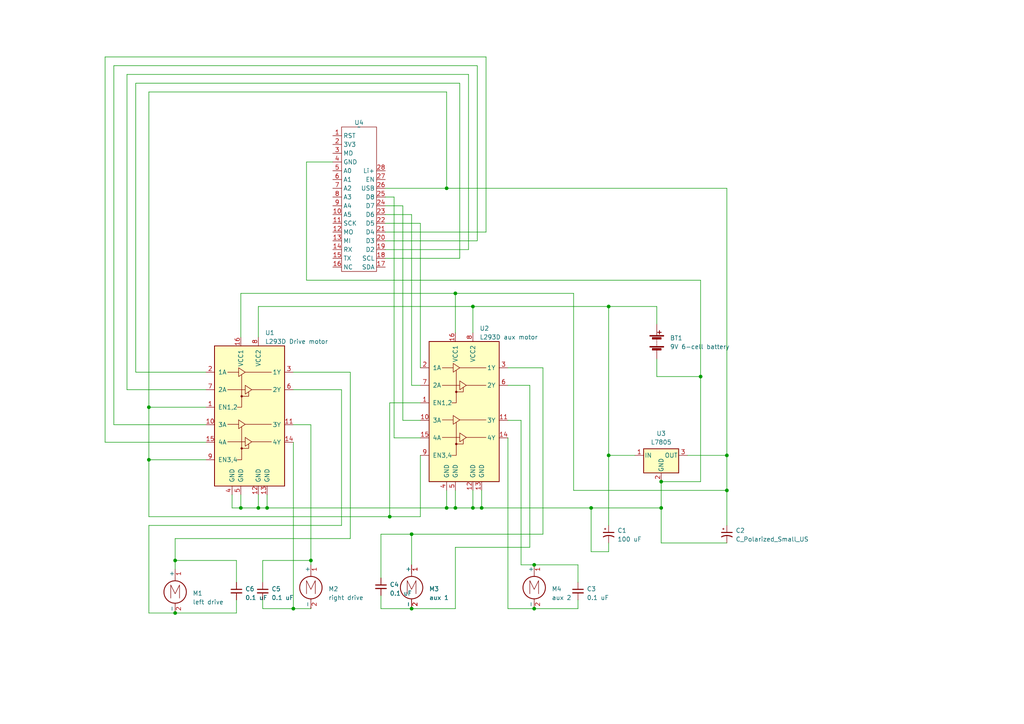
<source format=kicad_sch>
(kicad_sch (version 20230121) (generator eeschema)

  (uuid c41ea657-d8eb-4476-8366-2b845fa21342)

  (paper "A4")

  (title_block
    (title "design for lego battle cart V1")
    (company "UAT.edu")
    (comment 1 "Prof. Prater")
  )

  (lib_symbols
    (symbol "Device:Battery" (pin_numbers hide) (pin_names (offset 0) hide) (in_bom yes) (on_board yes)
      (property "Reference" "BT" (at 2.54 2.54 0)
        (effects (font (size 1.27 1.27)) (justify left))
      )
      (property "Value" "Battery" (at 2.54 0 0)
        (effects (font (size 1.27 1.27)) (justify left))
      )
      (property "Footprint" "" (at 0 1.524 90)
        (effects (font (size 1.27 1.27)) hide)
      )
      (property "Datasheet" "~" (at 0 1.524 90)
        (effects (font (size 1.27 1.27)) hide)
      )
      (property "ki_keywords" "batt voltage-source cell" (at 0 0 0)
        (effects (font (size 1.27 1.27)) hide)
      )
      (property "ki_description" "Multiple-cell battery" (at 0 0 0)
        (effects (font (size 1.27 1.27)) hide)
      )
      (symbol "Battery_0_1"
        (rectangle (start -2.032 -1.397) (end 2.032 -1.651)
          (stroke (width 0) (type default))
          (fill (type outline))
        )
        (rectangle (start -2.032 1.778) (end 2.032 1.524)
          (stroke (width 0) (type default))
          (fill (type outline))
        )
        (rectangle (start -1.3208 -1.9812) (end 1.27 -2.4892)
          (stroke (width 0) (type default))
          (fill (type outline))
        )
        (rectangle (start -1.3208 1.1938) (end 1.27 0.6858)
          (stroke (width 0) (type default))
          (fill (type outline))
        )
        (polyline
          (pts
            (xy 0 -1.524)
            (xy 0 -1.27)
          )
          (stroke (width 0) (type default))
          (fill (type none))
        )
        (polyline
          (pts
            (xy 0 -1.016)
            (xy 0 -0.762)
          )
          (stroke (width 0) (type default))
          (fill (type none))
        )
        (polyline
          (pts
            (xy 0 -0.508)
            (xy 0 -0.254)
          )
          (stroke (width 0) (type default))
          (fill (type none))
        )
        (polyline
          (pts
            (xy 0 0)
            (xy 0 0.254)
          )
          (stroke (width 0) (type default))
          (fill (type none))
        )
        (polyline
          (pts
            (xy 0 0.508)
            (xy 0 0.762)
          )
          (stroke (width 0) (type default))
          (fill (type none))
        )
        (polyline
          (pts
            (xy 0 1.778)
            (xy 0 2.54)
          )
          (stroke (width 0) (type default))
          (fill (type none))
        )
        (polyline
          (pts
            (xy 0.254 2.667)
            (xy 1.27 2.667)
          )
          (stroke (width 0.254) (type default))
          (fill (type none))
        )
        (polyline
          (pts
            (xy 0.762 3.175)
            (xy 0.762 2.159)
          )
          (stroke (width 0.254) (type default))
          (fill (type none))
        )
      )
      (symbol "Battery_1_1"
        (pin passive line (at 0 5.08 270) (length 2.54)
          (name "+" (effects (font (size 1.27 1.27))))
          (number "1" (effects (font (size 1.27 1.27))))
        )
        (pin passive line (at 0 -5.08 90) (length 2.54)
          (name "-" (effects (font (size 1.27 1.27))))
          (number "2" (effects (font (size 1.27 1.27))))
        )
      )
    )
    (symbol "Device:C_Polarized_Small_US" (pin_numbers hide) (pin_names (offset 0.254) hide) (in_bom yes) (on_board yes)
      (property "Reference" "C" (at 0.254 1.778 0)
        (effects (font (size 1.27 1.27)) (justify left))
      )
      (property "Value" "C_Polarized_Small_US" (at 0.254 -2.032 0)
        (effects (font (size 1.27 1.27)) (justify left))
      )
      (property "Footprint" "" (at 0 0 0)
        (effects (font (size 1.27 1.27)) hide)
      )
      (property "Datasheet" "~" (at 0 0 0)
        (effects (font (size 1.27 1.27)) hide)
      )
      (property "ki_keywords" "cap capacitor" (at 0 0 0)
        (effects (font (size 1.27 1.27)) hide)
      )
      (property "ki_description" "Polarized capacitor, small US symbol" (at 0 0 0)
        (effects (font (size 1.27 1.27)) hide)
      )
      (property "ki_fp_filters" "CP_*" (at 0 0 0)
        (effects (font (size 1.27 1.27)) hide)
      )
      (symbol "C_Polarized_Small_US_0_1"
        (polyline
          (pts
            (xy -1.524 0.508)
            (xy 1.524 0.508)
          )
          (stroke (width 0.3048) (type default))
          (fill (type none))
        )
        (polyline
          (pts
            (xy -1.27 1.524)
            (xy -0.762 1.524)
          )
          (stroke (width 0) (type default))
          (fill (type none))
        )
        (polyline
          (pts
            (xy -1.016 1.27)
            (xy -1.016 1.778)
          )
          (stroke (width 0) (type default))
          (fill (type none))
        )
        (arc (start 1.524 -0.762) (mid 0 -0.3734) (end -1.524 -0.762)
          (stroke (width 0.3048) (type default))
          (fill (type none))
        )
      )
      (symbol "C_Polarized_Small_US_1_1"
        (pin passive line (at 0 2.54 270) (length 2.032)
          (name "~" (effects (font (size 1.27 1.27))))
          (number "1" (effects (font (size 1.27 1.27))))
        )
        (pin passive line (at 0 -2.54 90) (length 2.032)
          (name "~" (effects (font (size 1.27 1.27))))
          (number "2" (effects (font (size 1.27 1.27))))
        )
      )
    )
    (symbol "Device:C_Small" (pin_numbers hide) (pin_names (offset 0.254) hide) (in_bom yes) (on_board yes)
      (property "Reference" "C" (at 0.254 1.778 0)
        (effects (font (size 1.27 1.27)) (justify left))
      )
      (property "Value" "C_Small" (at 0.254 -2.032 0)
        (effects (font (size 1.27 1.27)) (justify left))
      )
      (property "Footprint" "" (at 0 0 0)
        (effects (font (size 1.27 1.27)) hide)
      )
      (property "Datasheet" "~" (at 0 0 0)
        (effects (font (size 1.27 1.27)) hide)
      )
      (property "ki_keywords" "capacitor cap" (at 0 0 0)
        (effects (font (size 1.27 1.27)) hide)
      )
      (property "ki_description" "Unpolarized capacitor, small symbol" (at 0 0 0)
        (effects (font (size 1.27 1.27)) hide)
      )
      (property "ki_fp_filters" "C_*" (at 0 0 0)
        (effects (font (size 1.27 1.27)) hide)
      )
      (symbol "C_Small_0_1"
        (polyline
          (pts
            (xy -1.524 -0.508)
            (xy 1.524 -0.508)
          )
          (stroke (width 0.3302) (type default))
          (fill (type none))
        )
        (polyline
          (pts
            (xy -1.524 0.508)
            (xy 1.524 0.508)
          )
          (stroke (width 0.3048) (type default))
          (fill (type none))
        )
      )
      (symbol "C_Small_1_1"
        (pin passive line (at 0 2.54 270) (length 2.032)
          (name "~" (effects (font (size 1.27 1.27))))
          (number "1" (effects (font (size 1.27 1.27))))
        )
        (pin passive line (at 0 -2.54 90) (length 2.032)
          (name "~" (effects (font (size 1.27 1.27))))
          (number "2" (effects (font (size 1.27 1.27))))
        )
      )
    )
    (symbol "Driver_Motor:L293D" (pin_names (offset 1.016)) (in_bom yes) (on_board yes)
      (property "Reference" "U" (at -5.08 26.035 0)
        (effects (font (size 1.27 1.27)) (justify right))
      )
      (property "Value" "L293D" (at -5.08 24.13 0)
        (effects (font (size 1.27 1.27)) (justify right))
      )
      (property "Footprint" "Package_DIP:DIP-16_W7.62mm" (at 6.35 -19.05 0)
        (effects (font (size 1.27 1.27)) (justify left) hide)
      )
      (property "Datasheet" "http://www.ti.com/lit/ds/symlink/l293.pdf" (at -7.62 17.78 0)
        (effects (font (size 1.27 1.27)) hide)
      )
      (property "ki_keywords" "Half-H Driver Motor" (at 0 0 0)
        (effects (font (size 1.27 1.27)) hide)
      )
      (property "ki_description" "Quadruple Half-H Drivers" (at 0 0 0)
        (effects (font (size 1.27 1.27)) hide)
      )
      (property "ki_fp_filters" "DIP*W7.62mm*" (at 0 0 0)
        (effects (font (size 1.27 1.27)) hide)
      )
      (symbol "L293D_0_1"
        (rectangle (start -10.16 22.86) (end 10.16 -17.78)
          (stroke (width 0.254) (type default))
          (fill (type background))
        )
        (circle (center -2.286 -6.858) (radius 0.254)
          (stroke (width 0) (type default))
          (fill (type outline))
        )
        (circle (center -2.286 8.255) (radius 0.254)
          (stroke (width 0) (type default))
          (fill (type outline))
        )
        (polyline
          (pts
            (xy -6.35 -4.953)
            (xy -1.27 -4.953)
          )
          (stroke (width 0) (type default))
          (fill (type none))
        )
        (polyline
          (pts
            (xy -6.35 0.127)
            (xy -3.175 0.127)
          )
          (stroke (width 0) (type default))
          (fill (type none))
        )
        (polyline
          (pts
            (xy -6.35 10.16)
            (xy -1.27 10.16)
          )
          (stroke (width 0) (type default))
          (fill (type none))
        )
        (polyline
          (pts
            (xy -6.35 15.24)
            (xy -3.175 15.24)
          )
          (stroke (width 0) (type default))
          (fill (type none))
        )
        (polyline
          (pts
            (xy -1.27 0.127)
            (xy 6.35 0.127)
          )
          (stroke (width 0) (type default))
          (fill (type none))
        )
        (polyline
          (pts
            (xy -1.27 15.24)
            (xy 6.35 15.24)
          )
          (stroke (width 0) (type default))
          (fill (type none))
        )
        (polyline
          (pts
            (xy 0.635 -4.953)
            (xy 6.35 -4.953)
          )
          (stroke (width 0) (type default))
          (fill (type none))
        )
        (polyline
          (pts
            (xy 0.635 10.16)
            (xy 6.35 10.16)
          )
          (stroke (width 0) (type default))
          (fill (type none))
        )
        (polyline
          (pts
            (xy -2.286 -6.858)
            (xy -0.254 -6.858)
            (xy -0.254 -5.588)
          )
          (stroke (width 0) (type default))
          (fill (type none))
        )
        (polyline
          (pts
            (xy -2.286 -0.635)
            (xy -2.286 -10.16)
            (xy -3.556 -10.16)
          )
          (stroke (width 0) (type default))
          (fill (type none))
        )
        (polyline
          (pts
            (xy -2.286 8.255)
            (xy -0.254 8.255)
            (xy -0.254 9.525)
          )
          (stroke (width 0) (type default))
          (fill (type none))
        )
        (polyline
          (pts
            (xy -2.286 14.478)
            (xy -2.286 5.08)
            (xy -3.556 5.08)
          )
          (stroke (width 0) (type default))
          (fill (type none))
        )
        (polyline
          (pts
            (xy -3.175 1.397)
            (xy -3.175 -1.143)
            (xy -1.27 0.127)
            (xy -3.175 1.397)
          )
          (stroke (width 0) (type default))
          (fill (type none))
        )
        (polyline
          (pts
            (xy -3.175 16.51)
            (xy -3.175 13.97)
            (xy -1.27 15.24)
            (xy -3.175 16.51)
          )
          (stroke (width 0) (type default))
          (fill (type none))
        )
        (polyline
          (pts
            (xy -1.27 -3.683)
            (xy -1.27 -6.223)
            (xy 0.635 -4.953)
            (xy -1.27 -3.683)
          )
          (stroke (width 0) (type default))
          (fill (type none))
        )
        (polyline
          (pts
            (xy -1.27 11.43)
            (xy -1.27 8.89)
            (xy 0.635 10.16)
            (xy -1.27 11.43)
          )
          (stroke (width 0) (type default))
          (fill (type none))
        )
      )
      (symbol "L293D_1_1"
        (pin input line (at -12.7 5.08 0) (length 2.54)
          (name "EN1,2" (effects (font (size 1.27 1.27))))
          (number "1" (effects (font (size 1.27 1.27))))
        )
        (pin input line (at -12.7 0 0) (length 2.54)
          (name "3A" (effects (font (size 1.27 1.27))))
          (number "10" (effects (font (size 1.27 1.27))))
        )
        (pin output line (at 12.7 0 180) (length 2.54)
          (name "3Y" (effects (font (size 1.27 1.27))))
          (number "11" (effects (font (size 1.27 1.27))))
        )
        (pin power_in line (at 2.54 -20.32 90) (length 2.54)
          (name "GND" (effects (font (size 1.27 1.27))))
          (number "12" (effects (font (size 1.27 1.27))))
        )
        (pin power_in line (at 5.08 -20.32 90) (length 2.54)
          (name "GND" (effects (font (size 1.27 1.27))))
          (number "13" (effects (font (size 1.27 1.27))))
        )
        (pin output line (at 12.7 -5.08 180) (length 2.54)
          (name "4Y" (effects (font (size 1.27 1.27))))
          (number "14" (effects (font (size 1.27 1.27))))
        )
        (pin input line (at -12.7 -5.08 0) (length 2.54)
          (name "4A" (effects (font (size 1.27 1.27))))
          (number "15" (effects (font (size 1.27 1.27))))
        )
        (pin power_in line (at -2.54 25.4 270) (length 2.54)
          (name "VCC1" (effects (font (size 1.27 1.27))))
          (number "16" (effects (font (size 1.27 1.27))))
        )
        (pin input line (at -12.7 15.24 0) (length 2.54)
          (name "1A" (effects (font (size 1.27 1.27))))
          (number "2" (effects (font (size 1.27 1.27))))
        )
        (pin output line (at 12.7 15.24 180) (length 2.54)
          (name "1Y" (effects (font (size 1.27 1.27))))
          (number "3" (effects (font (size 1.27 1.27))))
        )
        (pin power_in line (at -5.08 -20.32 90) (length 2.54)
          (name "GND" (effects (font (size 1.27 1.27))))
          (number "4" (effects (font (size 1.27 1.27))))
        )
        (pin power_in line (at -2.54 -20.32 90) (length 2.54)
          (name "GND" (effects (font (size 1.27 1.27))))
          (number "5" (effects (font (size 1.27 1.27))))
        )
        (pin output line (at 12.7 10.16 180) (length 2.54)
          (name "2Y" (effects (font (size 1.27 1.27))))
          (number "6" (effects (font (size 1.27 1.27))))
        )
        (pin input line (at -12.7 10.16 0) (length 2.54)
          (name "2A" (effects (font (size 1.27 1.27))))
          (number "7" (effects (font (size 1.27 1.27))))
        )
        (pin power_in line (at 2.54 25.4 270) (length 2.54)
          (name "VCC2" (effects (font (size 1.27 1.27))))
          (number "8" (effects (font (size 1.27 1.27))))
        )
        (pin input line (at -12.7 -10.16 0) (length 2.54)
          (name "EN3,4" (effects (font (size 1.27 1.27))))
          (number "9" (effects (font (size 1.27 1.27))))
        )
      )
    )
    (symbol "Motor:Motor_DC" (pin_names (offset 0)) (in_bom yes) (on_board yes)
      (property "Reference" "M" (at 2.54 2.54 0)
        (effects (font (size 1.27 1.27)) (justify left))
      )
      (property "Value" "Motor_DC" (at 2.54 -5.08 0)
        (effects (font (size 1.27 1.27)) (justify left top))
      )
      (property "Footprint" "" (at 0 -2.286 0)
        (effects (font (size 1.27 1.27)) hide)
      )
      (property "Datasheet" "~" (at 0 -2.286 0)
        (effects (font (size 1.27 1.27)) hide)
      )
      (property "ki_keywords" "DC Motor" (at 0 0 0)
        (effects (font (size 1.27 1.27)) hide)
      )
      (property "ki_description" "DC Motor" (at 0 0 0)
        (effects (font (size 1.27 1.27)) hide)
      )
      (property "ki_fp_filters" "PinHeader*P2.54mm* TerminalBlock*" (at 0 0 0)
        (effects (font (size 1.27 1.27)) hide)
      )
      (symbol "Motor_DC_0_0"
        (polyline
          (pts
            (xy -1.27 -3.302)
            (xy -1.27 0.508)
            (xy 0 -2.032)
            (xy 1.27 0.508)
            (xy 1.27 -3.302)
          )
          (stroke (width 0) (type default))
          (fill (type none))
        )
      )
      (symbol "Motor_DC_0_1"
        (circle (center 0 -1.524) (radius 3.2512)
          (stroke (width 0.254) (type default))
          (fill (type none))
        )
        (polyline
          (pts
            (xy 0 -7.62)
            (xy 0 -7.112)
          )
          (stroke (width 0) (type default))
          (fill (type none))
        )
        (polyline
          (pts
            (xy 0 -4.7752)
            (xy 0 -5.1816)
          )
          (stroke (width 0) (type default))
          (fill (type none))
        )
        (polyline
          (pts
            (xy 0 1.7272)
            (xy 0 2.0828)
          )
          (stroke (width 0) (type default))
          (fill (type none))
        )
        (polyline
          (pts
            (xy 0 2.032)
            (xy 0 2.54)
          )
          (stroke (width 0) (type default))
          (fill (type none))
        )
      )
      (symbol "Motor_DC_1_1"
        (pin passive line (at 0 5.08 270) (length 2.54)
          (name "+" (effects (font (size 1.27 1.27))))
          (number "1" (effects (font (size 1.27 1.27))))
        )
        (pin passive line (at 0 -7.62 90) (length 2.54)
          (name "-" (effects (font (size 1.27 1.27))))
          (number "2" (effects (font (size 1.27 1.27))))
        )
      )
    )
    (symbol "Regulator_Linear:L7805" (pin_names (offset 0.254)) (in_bom yes) (on_board yes)
      (property "Reference" "U" (at -3.81 3.175 0)
        (effects (font (size 1.27 1.27)))
      )
      (property "Value" "L7805" (at 0 3.175 0)
        (effects (font (size 1.27 1.27)) (justify left))
      )
      (property "Footprint" "" (at 0.635 -3.81 0)
        (effects (font (size 1.27 1.27) italic) (justify left) hide)
      )
      (property "Datasheet" "http://www.st.com/content/ccc/resource/technical/document/datasheet/41/4f/b3/b0/12/d4/47/88/CD00000444.pdf/files/CD00000444.pdf/jcr:content/translations/en.CD00000444.pdf" (at 0 -1.27 0)
        (effects (font (size 1.27 1.27)) hide)
      )
      (property "ki_keywords" "Voltage Regulator 1.5A Positive" (at 0 0 0)
        (effects (font (size 1.27 1.27)) hide)
      )
      (property "ki_description" "Positive 1.5A 35V Linear Regulator, Fixed Output 5V, TO-220/TO-263/TO-252" (at 0 0 0)
        (effects (font (size 1.27 1.27)) hide)
      )
      (property "ki_fp_filters" "TO?252* TO?263* TO?220*" (at 0 0 0)
        (effects (font (size 1.27 1.27)) hide)
      )
      (symbol "L7805_0_1"
        (rectangle (start -5.08 1.905) (end 5.08 -5.08)
          (stroke (width 0.254) (type default))
          (fill (type background))
        )
      )
      (symbol "L7805_1_1"
        (pin power_in line (at -7.62 0 0) (length 2.54)
          (name "IN" (effects (font (size 1.27 1.27))))
          (number "1" (effects (font (size 1.27 1.27))))
        )
        (pin power_in line (at 0 -7.62 90) (length 2.54)
          (name "GND" (effects (font (size 1.27 1.27))))
          (number "2" (effects (font (size 1.27 1.27))))
        )
        (pin power_out line (at 7.62 0 180) (length 2.54)
          (name "OUT" (effects (font (size 1.27 1.27))))
          (number "3" (effects (font (size 1.27 1.27))))
        )
      )
    )
    (symbol "particleLib:Argon" (in_bom yes) (on_board yes)
      (property "Reference" "U" (at 0 2.54 0)
        (effects (font (size 1.27 1.27)))
      )
      (property "Value" "" (at 0 0 0)
        (effects (font (size 1.27 1.27)))
      )
      (property "Footprint" "" (at 0 0 0)
        (effects (font (size 1.27 1.27)) hide)
      )
      (property "Datasheet" "" (at 0 0 0)
        (effects (font (size 1.27 1.27)) hide)
      )
      (symbol "Argon_0_1"
        (rectangle (start -5.08 0) (end 5.08 -41.91)
          (stroke (width 0) (type default))
          (fill (type none))
        )
      )
      (symbol "Argon_1_1"
        (pin input line (at -7.62 -2.54 0) (length 2.54)
          (name "RST" (effects (font (size 1.27 1.27))))
          (number "1" (effects (font (size 1.27 1.27))))
        )
        (pin input line (at -7.62 -25.4 0) (length 2.54)
          (name "A5" (effects (font (size 1.27 1.27))))
          (number "10" (effects (font (size 1.27 1.27))))
        )
        (pin output line (at -7.62 -27.94 0) (length 2.54)
          (name "SCK" (effects (font (size 1.27 1.27))))
          (number "11" (effects (font (size 1.27 1.27))))
        )
        (pin output line (at -7.62 -30.48 0) (length 2.54)
          (name "MO" (effects (font (size 1.27 1.27))))
          (number "12" (effects (font (size 1.27 1.27))))
        )
        (pin input line (at -7.62 -33.02 0) (length 2.54)
          (name "MI" (effects (font (size 1.27 1.27))))
          (number "13" (effects (font (size 1.27 1.27))))
        )
        (pin input line (at -7.62 -35.56 0) (length 2.54)
          (name "RX" (effects (font (size 1.27 1.27))))
          (number "14" (effects (font (size 1.27 1.27))))
        )
        (pin output line (at -7.62 -38.1 0) (length 2.54)
          (name "TX" (effects (font (size 1.27 1.27))))
          (number "15" (effects (font (size 1.27 1.27))))
        )
        (pin free line (at -7.62 -40.64 0) (length 2.54)
          (name "NC" (effects (font (size 1.27 1.27))))
          (number "16" (effects (font (size 1.27 1.27))))
        )
        (pin bidirectional line (at 7.62 -40.64 180) (length 2.54)
          (name "SDA" (effects (font (size 1.27 1.27))))
          (number "17" (effects (font (size 1.27 1.27))))
        )
        (pin bidirectional line (at 7.62 -38.1 180) (length 2.54)
          (name "SCL" (effects (font (size 1.27 1.27))))
          (number "18" (effects (font (size 1.27 1.27))))
        )
        (pin bidirectional line (at 7.62 -35.56 180) (length 2.54)
          (name "D2" (effects (font (size 1.27 1.27))))
          (number "19" (effects (font (size 1.27 1.27))))
        )
        (pin power_out line (at -7.62 -5.08 0) (length 2.54)
          (name "3V3" (effects (font (size 1.27 1.27))))
          (number "2" (effects (font (size 1.27 1.27))))
        )
        (pin bidirectional line (at 7.62 -33.02 180) (length 2.54)
          (name "D3" (effects (font (size 1.27 1.27))))
          (number "20" (effects (font (size 1.27 1.27))))
        )
        (pin bidirectional line (at 7.62 -30.48 180) (length 2.54)
          (name "D4" (effects (font (size 1.27 1.27))))
          (number "21" (effects (font (size 1.27 1.27))))
        )
        (pin bidirectional line (at 7.62 -27.94 180) (length 2.54)
          (name "D5" (effects (font (size 1.27 1.27))))
          (number "22" (effects (font (size 1.27 1.27))))
        )
        (pin bidirectional line (at 7.62 -25.4 180) (length 2.54)
          (name "D6" (effects (font (size 1.27 1.27))))
          (number "23" (effects (font (size 1.27 1.27))))
        )
        (pin bidirectional line (at 7.62 -22.86 180) (length 2.54)
          (name "D7" (effects (font (size 1.27 1.27))))
          (number "24" (effects (font (size 1.27 1.27))))
        )
        (pin bidirectional line (at 7.62 -20.32 180) (length 2.54)
          (name "D8" (effects (font (size 1.27 1.27))))
          (number "25" (effects (font (size 1.27 1.27))))
        )
        (pin bidirectional line (at 7.62 -17.78 180) (length 2.54)
          (name "USB" (effects (font (size 1.27 1.27))))
          (number "26" (effects (font (size 1.27 1.27))))
        )
        (pin bidirectional line (at 7.62 -15.24 180) (length 2.54)
          (name "EN" (effects (font (size 1.27 1.27))))
          (number "27" (effects (font (size 1.27 1.27))))
        )
        (pin power_in line (at 7.62 -12.7 180) (length 2.54)
          (name "Li+" (effects (font (size 1.27 1.27))))
          (number "28" (effects (font (size 1.27 1.27))))
        )
        (pin output line (at -7.62 -7.62 0) (length 2.54)
          (name "MD" (effects (font (size 1.27 1.27))))
          (number "3" (effects (font (size 1.27 1.27))))
        )
        (pin power_in line (at -7.62 -10.16 0) (length 2.54)
          (name "GND" (effects (font (size 1.27 1.27))))
          (number "4" (effects (font (size 1.27 1.27))))
        )
        (pin input line (at -7.62 -12.7 0) (length 2.54)
          (name "A0" (effects (font (size 1.27 1.27))))
          (number "5" (effects (font (size 1.27 1.27))))
        )
        (pin input line (at -7.62 -15.24 0) (length 2.54)
          (name "A1" (effects (font (size 1.27 1.27))))
          (number "6" (effects (font (size 1.27 1.27))))
        )
        (pin input line (at -7.62 -17.78 0) (length 2.54)
          (name "A2" (effects (font (size 1.27 1.27))))
          (number "7" (effects (font (size 1.27 1.27))))
        )
        (pin input line (at -7.62 -20.32 0) (length 2.54)
          (name "A3" (effects (font (size 1.27 1.27))))
          (number "8" (effects (font (size 1.27 1.27))))
        )
        (pin input line (at -7.62 -22.86 0) (length 2.54)
          (name "A4" (effects (font (size 1.27 1.27))))
          (number "9" (effects (font (size 1.27 1.27))))
        )
      )
    )
  )

  (junction (at 210.82 132.08) (diameter 0) (color 0 0 0 0)
    (uuid 0eaa7f31-6072-4a1d-b875-8f115e59f514)
  )
  (junction (at 43.18 133.35) (diameter 0) (color 0 0 0 0)
    (uuid 131e57f9-9485-4c88-b27e-f95ffb9fe4f8)
  )
  (junction (at 50.8 177.8) (diameter 0) (color 0 0 0 0)
    (uuid 2651c52d-6f1e-4f17-8a08-d1427857a8be)
  )
  (junction (at 132.08 85.09) (diameter 0) (color 0 0 0 0)
    (uuid 27993869-f02d-42c0-bfaf-372866b22491)
  )
  (junction (at 203.2 109.22) (diameter 0) (color 0 0 0 0)
    (uuid 310e9ae1-8a4d-4e6c-8339-d58f7c7602de)
  )
  (junction (at 113.03 149.86) (diameter 0) (color 0 0 0 0)
    (uuid 555cad82-e3ba-40cc-9134-03581c769d7c)
  )
  (junction (at 154.94 176.53) (diameter 0) (color 0 0 0 0)
    (uuid 5c4c5608-8fa8-4c9b-80cc-8ae91a8347f0)
  )
  (junction (at 171.45 147.32) (diameter 0) (color 0 0 0 0)
    (uuid 60bac378-f194-4b4e-af33-4cf243e07c8a)
  )
  (junction (at 191.77 147.32) (diameter 0) (color 0 0 0 0)
    (uuid 643aed6a-6a56-43d4-90e1-2721cc73b20c)
  )
  (junction (at 176.53 88.9) (diameter 0) (color 0 0 0 0)
    (uuid 66946426-b435-4917-9ae2-ffcd2a945ec3)
  )
  (junction (at 119.38 154.94) (diameter 0) (color 0 0 0 0)
    (uuid 6740d9e5-b93b-48f3-853a-8cd3f76cb82c)
  )
  (junction (at 137.16 147.32) (diameter 0) (color 0 0 0 0)
    (uuid 6812582d-1c11-48ed-9db7-a21b7b58f0f6)
  )
  (junction (at 132.08 147.32) (diameter 0) (color 0 0 0 0)
    (uuid 82f25fc5-a6da-43c0-b5df-ea3f8a588c5f)
  )
  (junction (at 176.53 132.08) (diameter 0) (color 0 0 0 0)
    (uuid 83c19aec-2f23-4108-acb2-cc4a1ae5fd40)
  )
  (junction (at 137.16 88.9) (diameter 0) (color 0 0 0 0)
    (uuid 8700f1dd-807f-45b2-9248-b2ccf0b182c6)
  )
  (junction (at 119.38 176.53) (diameter 0) (color 0 0 0 0)
    (uuid 8b0a1f05-b49b-40e4-bf3c-2eb1c727cfc4)
  )
  (junction (at 85.09 176.53) (diameter 0) (color 0 0 0 0)
    (uuid 8c4cf715-88a7-4c3f-afeb-d147a6c347ac)
  )
  (junction (at 90.17 162.56) (diameter 0) (color 0 0 0 0)
    (uuid 8fefc261-5c32-43f0-8204-b41ca43c1777)
  )
  (junction (at 129.54 54.61) (diameter 0) (color 0 0 0 0)
    (uuid 94abe7d6-b7c8-483e-8666-fa5653bbdd1a)
  )
  (junction (at 129.54 147.32) (diameter 0) (color 0 0 0 0)
    (uuid 94ccb868-f59e-4963-b602-c5f8076bb7b5)
  )
  (junction (at 50.8 162.56) (diameter 0) (color 0 0 0 0)
    (uuid 9cd45aa7-f3ea-4dcc-9aaf-7abdbb37a785)
  )
  (junction (at 74.93 147.32) (diameter 0) (color 0 0 0 0)
    (uuid aaadbb56-9189-412a-822f-5b6162b5ea4e)
  )
  (junction (at 139.7 147.32) (diameter 0) (color 0 0 0 0)
    (uuid af1f00ce-f219-4a7d-824d-ce7b3421237a)
  )
  (junction (at 154.94 163.83) (diameter 0) (color 0 0 0 0)
    (uuid c0447143-edc0-4652-9977-4d90b5310678)
  )
  (junction (at 210.82 142.24) (diameter 0) (color 0 0 0 0)
    (uuid c5fa8497-3dda-4ca2-91fa-b15aeb0f824a)
  )
  (junction (at 191.77 139.7) (diameter 0) (color 0 0 0 0)
    (uuid d5708476-1e56-4159-8725-2e2fb0851667)
  )
  (junction (at 43.18 118.11) (diameter 0) (color 0 0 0 0)
    (uuid d7ffadb5-67f3-4d6a-8b5f-9074d8be924e)
  )
  (junction (at 77.47 147.32) (diameter 0) (color 0 0 0 0)
    (uuid e5602686-3924-4fd1-b408-a2e8dfc40140)
  )
  (junction (at 69.85 147.32) (diameter 0) (color 0 0 0 0)
    (uuid efbacc89-14d9-4f30-91c2-eb4f5d62c2f3)
  )

  (wire (pts (xy 140.97 16.51) (xy 30.48 16.51))
    (stroke (width 0) (type default))
    (uuid 02311ea3-1211-4214-b4ba-b57a4057927b)
  )
  (wire (pts (xy 77.47 143.51) (xy 77.47 147.32))
    (stroke (width 0) (type default))
    (uuid 02e1aa84-51ec-4bdb-ba42-66f3ae2da5ad)
  )
  (wire (pts (xy 99.06 152.4) (xy 43.18 152.4))
    (stroke (width 0) (type default))
    (uuid 056d7fe5-7048-419d-b564-986789fe9c45)
  )
  (wire (pts (xy 119.38 62.23) (xy 119.38 111.76))
    (stroke (width 0) (type default))
    (uuid 0613ec11-03a1-4842-884d-bcc28bb06d0d)
  )
  (wire (pts (xy 119.38 154.94) (xy 119.38 163.83))
    (stroke (width 0) (type default))
    (uuid 097c9d19-a690-4852-8f20-297234c7300a)
  )
  (wire (pts (xy 190.5 109.22) (xy 203.2 109.22))
    (stroke (width 0) (type default))
    (uuid 09e456e9-8e57-4427-a6de-08cc5b78f1ea)
  )
  (wire (pts (xy 88.9 81.28) (xy 203.2 81.28))
    (stroke (width 0) (type default))
    (uuid 0cf0466c-2aca-4312-a895-8b74177ffa21)
  )
  (wire (pts (xy 190.5 88.9) (xy 190.5 93.98))
    (stroke (width 0) (type default))
    (uuid 0d42db7a-4593-458a-8f39-1bb963b70a86)
  )
  (wire (pts (xy 114.3 127) (xy 121.92 127))
    (stroke (width 0) (type default))
    (uuid 0e2b8d73-37d0-4d8a-bad0-c998279d15f7)
  )
  (wire (pts (xy 50.8 162.56) (xy 50.8 165.1))
    (stroke (width 0) (type default))
    (uuid 0fcdc8eb-d1cd-49e6-8ac7-db4e44d146a7)
  )
  (wire (pts (xy 210.82 157.48) (xy 191.77 157.48))
    (stroke (width 0) (type default))
    (uuid 105f6996-fb18-4f27-9d6c-fddba4b4f29b)
  )
  (wire (pts (xy 101.6 107.95) (xy 101.6 156.21))
    (stroke (width 0) (type default))
    (uuid 118826a7-bc61-4915-819b-19c39695eb1a)
  )
  (wire (pts (xy 157.48 154.94) (xy 119.38 154.94))
    (stroke (width 0) (type default))
    (uuid 130defdc-1ae0-474d-95b3-fe3ac2d4e45c)
  )
  (wire (pts (xy 36.83 21.59) (xy 36.83 113.03))
    (stroke (width 0) (type default))
    (uuid 146d7683-d904-46e9-8920-3c377756935e)
  )
  (wire (pts (xy 114.3 57.15) (xy 114.3 127))
    (stroke (width 0) (type default))
    (uuid 147c8578-3231-481a-b2eb-753b13980d55)
  )
  (wire (pts (xy 36.83 113.03) (xy 59.69 113.03))
    (stroke (width 0) (type default))
    (uuid 15b8711d-b951-4be0-9b66-9a4637c5c92c)
  )
  (wire (pts (xy 111.76 59.69) (xy 116.84 59.69))
    (stroke (width 0) (type default))
    (uuid 19597510-2c6f-4e1a-956b-433bdd5ccb19)
  )
  (wire (pts (xy 139.7 142.24) (xy 139.7 147.32))
    (stroke (width 0) (type default))
    (uuid 1a69d2f7-149a-48ab-ad4c-dd5738e5b614)
  )
  (wire (pts (xy 176.53 88.9) (xy 190.5 88.9))
    (stroke (width 0) (type default))
    (uuid 1c6ca30d-2e53-4a84-9db7-ae3b5ec211a9)
  )
  (wire (pts (xy 121.92 116.84) (xy 113.03 116.84))
    (stroke (width 0) (type default))
    (uuid 1d94952f-650a-4b2b-88fb-9f3aa79abf1b)
  )
  (wire (pts (xy 96.52 46.99) (xy 88.9 46.99))
    (stroke (width 0) (type default))
    (uuid 1f372bce-7e57-4b9c-ad84-f3118d833230)
  )
  (wire (pts (xy 133.35 74.93) (xy 133.35 24.13))
    (stroke (width 0) (type default))
    (uuid 1fc3612c-a191-40ff-84c7-d21075664de8)
  )
  (wire (pts (xy 111.76 62.23) (xy 119.38 62.23))
    (stroke (width 0) (type default))
    (uuid 2003f471-b967-4f65-9e33-998fea065a84)
  )
  (wire (pts (xy 43.18 118.11) (xy 43.18 26.67))
    (stroke (width 0) (type default))
    (uuid 21a13dc9-49a7-439c-a99e-85f8adf83855)
  )
  (wire (pts (xy 210.82 142.24) (xy 210.82 152.4))
    (stroke (width 0) (type default))
    (uuid 2200202a-de9b-44b4-9a08-0b147d6d0c47)
  )
  (wire (pts (xy 176.53 160.02) (xy 171.45 160.02))
    (stroke (width 0) (type default))
    (uuid 2330c0f8-4ab0-4912-b915-8b37f0f25385)
  )
  (wire (pts (xy 166.37 85.09) (xy 166.37 142.24))
    (stroke (width 0) (type default))
    (uuid 235d67e7-5e97-4062-9a3e-a6a02c2caeeb)
  )
  (wire (pts (xy 121.92 132.08) (xy 121.92 149.86))
    (stroke (width 0) (type default))
    (uuid 23c68dd5-b313-451a-b71e-5c780533fd9f)
  )
  (wire (pts (xy 132.08 142.24) (xy 132.08 147.32))
    (stroke (width 0) (type default))
    (uuid 258532a5-efb5-4d6f-80cb-0fa1cfea2e47)
  )
  (wire (pts (xy 39.37 107.95) (xy 59.69 107.95))
    (stroke (width 0) (type default))
    (uuid 261aae12-4dd2-4217-81af-6fb27b955840)
  )
  (wire (pts (xy 88.9 46.99) (xy 88.9 81.28))
    (stroke (width 0) (type default))
    (uuid 27843ee8-89c7-4b4e-a402-6324a15f2877)
  )
  (wire (pts (xy 132.08 147.32) (xy 137.16 147.32))
    (stroke (width 0) (type default))
    (uuid 2b31bf65-6def-41f9-b04c-2e72e8c6ae96)
  )
  (wire (pts (xy 132.08 176.53) (xy 119.38 176.53))
    (stroke (width 0) (type default))
    (uuid 357bf53c-de7e-447b-97d2-baa5b84e4336)
  )
  (wire (pts (xy 69.85 147.32) (xy 74.93 147.32))
    (stroke (width 0) (type default))
    (uuid 36ac2f65-a7f1-4fbc-b898-936da1cda19f)
  )
  (wire (pts (xy 69.85 143.51) (xy 69.85 147.32))
    (stroke (width 0) (type default))
    (uuid 382fe3db-81b7-492f-b47b-58acd8380072)
  )
  (wire (pts (xy 68.58 162.56) (xy 50.8 162.56))
    (stroke (width 0) (type default))
    (uuid 39dbb57a-d39c-4d8e-a76e-bb87dff21baa)
  )
  (wire (pts (xy 210.82 54.61) (xy 129.54 54.61))
    (stroke (width 0) (type default))
    (uuid 3c5d5b25-47ad-4f6c-a082-cef97871b5a9)
  )
  (wire (pts (xy 85.09 128.27) (xy 85.09 176.53))
    (stroke (width 0) (type default))
    (uuid 3caf9c6b-48db-47bf-bf87-21ca512cdfe1)
  )
  (wire (pts (xy 129.54 54.61) (xy 111.76 54.61))
    (stroke (width 0) (type default))
    (uuid 3f004008-e140-497d-9b91-88f295da3c87)
  )
  (wire (pts (xy 50.8 156.21) (xy 50.8 162.56))
    (stroke (width 0) (type default))
    (uuid 41815541-1fa1-49bb-92fb-f646d9d8eaab)
  )
  (wire (pts (xy 139.7 147.32) (xy 171.45 147.32))
    (stroke (width 0) (type default))
    (uuid 4191c5d1-acfc-4981-a289-a75047e74270)
  )
  (wire (pts (xy 135.89 72.39) (xy 135.89 21.59))
    (stroke (width 0) (type default))
    (uuid 41f9c863-6d33-4a11-806f-a72064016ffa)
  )
  (wire (pts (xy 111.76 74.93) (xy 133.35 74.93))
    (stroke (width 0) (type default))
    (uuid 422c6204-1b1b-42eb-8171-f21f03ef13b5)
  )
  (wire (pts (xy 111.76 69.85) (xy 138.43 69.85))
    (stroke (width 0) (type default))
    (uuid 426e62db-5e02-48bd-8c0a-1cd41d00536d)
  )
  (wire (pts (xy 153.67 158.75) (xy 132.08 158.75))
    (stroke (width 0) (type default))
    (uuid 44369718-eb63-408f-99ce-34d7ac0ddaa1)
  )
  (wire (pts (xy 121.92 149.86) (xy 113.03 149.86))
    (stroke (width 0) (type default))
    (uuid 455d2a41-7f7f-486a-8d4d-7110d666795e)
  )
  (wire (pts (xy 191.77 147.32) (xy 191.77 139.7))
    (stroke (width 0) (type default))
    (uuid 45c158ca-0dfa-4f75-98df-252ced9f0598)
  )
  (wire (pts (xy 74.93 147.32) (xy 77.47 147.32))
    (stroke (width 0) (type default))
    (uuid 48893fff-ef92-4121-8cb9-1dc8ac39fd6c)
  )
  (wire (pts (xy 203.2 109.22) (xy 203.2 139.7))
    (stroke (width 0) (type default))
    (uuid 4cd94abc-4588-46dd-9af5-e98c07c8723d)
  )
  (wire (pts (xy 77.47 147.32) (xy 129.54 147.32))
    (stroke (width 0) (type default))
    (uuid 4f0192a2-2ea8-46fd-b42f-e6192654d49d)
  )
  (wire (pts (xy 99.06 113.03) (xy 99.06 152.4))
    (stroke (width 0) (type default))
    (uuid 514cc5d8-ebfd-4676-bb1c-21f359a56b62)
  )
  (wire (pts (xy 137.16 147.32) (xy 139.7 147.32))
    (stroke (width 0) (type default))
    (uuid 534e3ea3-d6a7-4935-a147-00aa4f9ac910)
  )
  (wire (pts (xy 68.58 177.8) (xy 50.8 177.8))
    (stroke (width 0) (type default))
    (uuid 568bf7c0-3e8e-473d-b2f1-b29f1967a03b)
  )
  (wire (pts (xy 85.09 113.03) (xy 99.06 113.03))
    (stroke (width 0) (type default))
    (uuid 579fbcc5-549b-45b1-b45c-5120c3598bd8)
  )
  (wire (pts (xy 140.97 67.31) (xy 140.97 16.51))
    (stroke (width 0) (type default))
    (uuid 58bdf92b-6480-4aaa-8a91-c1a0ef0d4387)
  )
  (wire (pts (xy 33.02 19.05) (xy 33.02 123.19))
    (stroke (width 0) (type default))
    (uuid 5a905c35-1593-4e80-9c31-fe322de37056)
  )
  (wire (pts (xy 199.39 132.08) (xy 210.82 132.08))
    (stroke (width 0) (type default))
    (uuid 5b0d14df-3011-42ca-9f08-f7c3d2c314b6)
  )
  (wire (pts (xy 151.13 121.92) (xy 151.13 163.83))
    (stroke (width 0) (type default))
    (uuid 60b67fc2-e1d9-4e10-8d9d-dc622282d33c)
  )
  (wire (pts (xy 147.32 121.92) (xy 151.13 121.92))
    (stroke (width 0) (type default))
    (uuid 6141a4d6-c1cb-4c0b-90d2-b549e036432a)
  )
  (wire (pts (xy 85.09 123.19) (xy 90.17 123.19))
    (stroke (width 0) (type default))
    (uuid 65ef3f5a-21a0-46b4-9c7a-f8f89e3adc4c)
  )
  (wire (pts (xy 39.37 24.13) (xy 39.37 107.95))
    (stroke (width 0) (type default))
    (uuid 66cb9dc0-5976-491a-b15f-39a160224d9e)
  )
  (wire (pts (xy 129.54 26.67) (xy 129.54 54.61))
    (stroke (width 0) (type default))
    (uuid 6960d944-cf8e-414c-a0a2-4152fca083da)
  )
  (wire (pts (xy 119.38 111.76) (xy 121.92 111.76))
    (stroke (width 0) (type default))
    (uuid 6ab2d210-349b-4865-ac7d-b5ca70e3a58b)
  )
  (wire (pts (xy 147.32 127) (xy 147.32 176.53))
    (stroke (width 0) (type default))
    (uuid 6b0af9df-5621-4bf8-ade6-c6dd80b725a6)
  )
  (wire (pts (xy 133.35 24.13) (xy 39.37 24.13))
    (stroke (width 0) (type default))
    (uuid 6d006723-f9b0-4dae-8c51-b5a3d00a5382)
  )
  (wire (pts (xy 184.15 132.08) (xy 176.53 132.08))
    (stroke (width 0) (type default))
    (uuid 7881bdcb-c70b-41e9-9817-e84f1246353d)
  )
  (wire (pts (xy 43.18 152.4) (xy 43.18 177.8))
    (stroke (width 0) (type default))
    (uuid 7c07f3df-bc69-4097-b7b1-9854fa64f6f1)
  )
  (wire (pts (xy 76.2 173.99) (xy 76.2 176.53))
    (stroke (width 0) (type default))
    (uuid 7c50a157-b162-4412-b0c0-5bf1ed4313d0)
  )
  (wire (pts (xy 85.09 107.95) (xy 101.6 107.95))
    (stroke (width 0) (type default))
    (uuid 7cab2645-7540-40ed-a327-46df176de450)
  )
  (wire (pts (xy 110.49 172.72) (xy 110.49 176.53))
    (stroke (width 0) (type default))
    (uuid 7fe10914-7f8c-40ad-8401-47af4d75e609)
  )
  (wire (pts (xy 138.43 19.05) (xy 33.02 19.05))
    (stroke (width 0) (type default))
    (uuid 86da8cea-e33d-4bb2-9bc4-85db0209c668)
  )
  (wire (pts (xy 176.53 132.08) (xy 176.53 152.4))
    (stroke (width 0) (type default))
    (uuid 876eff5b-0c96-498d-948a-8a1adbda80f2)
  )
  (wire (pts (xy 76.2 162.56) (xy 90.17 162.56))
    (stroke (width 0) (type default))
    (uuid 88b276cb-cbe5-4b5e-bef7-24a4728f19de)
  )
  (wire (pts (xy 30.48 128.27) (xy 59.69 128.27))
    (stroke (width 0) (type default))
    (uuid 897c3ca3-01a7-463e-a65d-7e0ce123bad5)
  )
  (wire (pts (xy 176.53 132.08) (xy 176.53 88.9))
    (stroke (width 0) (type default))
    (uuid 8a6a34fa-98e3-46e8-ad9d-6a1c7f3a074f)
  )
  (wire (pts (xy 111.76 67.31) (xy 140.97 67.31))
    (stroke (width 0) (type default))
    (uuid 8c2a1ab1-d735-4ed8-b203-c8c8bd515305)
  )
  (wire (pts (xy 191.77 157.48) (xy 191.77 147.32))
    (stroke (width 0) (type default))
    (uuid 8fb6c86b-6961-4ea8-8493-237dc82ed688)
  )
  (wire (pts (xy 116.84 59.69) (xy 116.84 121.92))
    (stroke (width 0) (type default))
    (uuid 93e3b25d-2b5d-4cf9-b276-03f12dc2f277)
  )
  (wire (pts (xy 74.93 88.9) (xy 137.16 88.9))
    (stroke (width 0) (type default))
    (uuid 94229ee2-0b17-4d9b-8893-e3238b686df5)
  )
  (wire (pts (xy 147.32 111.76) (xy 153.67 111.76))
    (stroke (width 0) (type default))
    (uuid 9683c31f-7464-408a-baca-d3d0ab28b204)
  )
  (wire (pts (xy 43.18 177.8) (xy 50.8 177.8))
    (stroke (width 0) (type default))
    (uuid 96a9fd3c-fa59-4139-bbe9-05edce00ff3d)
  )
  (wire (pts (xy 176.53 157.48) (xy 176.53 160.02))
    (stroke (width 0) (type default))
    (uuid 9774821d-2256-4743-931b-83b5bab26748)
  )
  (wire (pts (xy 171.45 160.02) (xy 171.45 147.32))
    (stroke (width 0) (type default))
    (uuid 978a9140-1948-418c-ae72-8c84113721c8)
  )
  (wire (pts (xy 101.6 156.21) (xy 50.8 156.21))
    (stroke (width 0) (type default))
    (uuid 99ef57a2-f354-4e15-b81e-f64acf0cbb2b)
  )
  (wire (pts (xy 59.69 118.11) (xy 43.18 118.11))
    (stroke (width 0) (type default))
    (uuid 9af2e6a2-17dd-4efd-8ee1-23eaa6b07f72)
  )
  (wire (pts (xy 129.54 142.24) (xy 129.54 147.32))
    (stroke (width 0) (type default))
    (uuid 9e3faca9-91c6-452b-be53-ea7b98a20dfd)
  )
  (wire (pts (xy 111.76 72.39) (xy 135.89 72.39))
    (stroke (width 0) (type default))
    (uuid 9f2e0cfd-76a2-43cb-b529-77a32c7a9b65)
  )
  (wire (pts (xy 129.54 147.32) (xy 132.08 147.32))
    (stroke (width 0) (type default))
    (uuid a0a3477c-7da9-4731-9ea5-d3727f07aa10)
  )
  (wire (pts (xy 69.85 97.79) (xy 69.85 85.09))
    (stroke (width 0) (type default))
    (uuid a112c149-ffa6-45ce-bb25-9ab9dd7532fe)
  )
  (wire (pts (xy 167.64 163.83) (xy 154.94 163.83))
    (stroke (width 0) (type default))
    (uuid a14297d7-6983-4933-8b3b-d7d40299d959)
  )
  (wire (pts (xy 132.08 96.52) (xy 132.08 85.09))
    (stroke (width 0) (type default))
    (uuid a3048cde-d27f-4749-8ed2-99a7549fa583)
  )
  (wire (pts (xy 43.18 26.67) (xy 129.54 26.67))
    (stroke (width 0) (type default))
    (uuid a308aa5a-30e2-4d29-b7c6-def18c20a394)
  )
  (wire (pts (xy 210.82 142.24) (xy 210.82 132.08))
    (stroke (width 0) (type default))
    (uuid ad9a2f86-5efc-48ad-b9b7-acc1f4adb390)
  )
  (wire (pts (xy 190.5 104.14) (xy 190.5 109.22))
    (stroke (width 0) (type default))
    (uuid add9eab7-dbb7-42ee-a55a-1a79fbd170a1)
  )
  (wire (pts (xy 167.64 168.91) (xy 167.64 163.83))
    (stroke (width 0) (type default))
    (uuid b0326e01-b52d-4e88-97e3-25745e3e8c12)
  )
  (wire (pts (xy 137.16 142.24) (xy 137.16 147.32))
    (stroke (width 0) (type default))
    (uuid b1c3b683-7b88-4564-8c9f-43838057c4b1)
  )
  (wire (pts (xy 121.92 64.77) (xy 121.92 106.68))
    (stroke (width 0) (type default))
    (uuid b2ad5f83-5a00-4159-b564-bf55d98f57a3)
  )
  (wire (pts (xy 59.69 133.35) (xy 43.18 133.35))
    (stroke (width 0) (type default))
    (uuid b2ebc544-cf09-4b72-91a1-50cdd79dc1c3)
  )
  (wire (pts (xy 43.18 133.35) (xy 43.18 118.11))
    (stroke (width 0) (type default))
    (uuid b3b3078b-0893-49e2-a413-8a76e15a4df8)
  )
  (wire (pts (xy 203.2 81.28) (xy 203.2 109.22))
    (stroke (width 0) (type default))
    (uuid b5a5cf24-5a53-4ae7-bc64-b59d101298c3)
  )
  (wire (pts (xy 166.37 142.24) (xy 210.82 142.24))
    (stroke (width 0) (type default))
    (uuid b934bc6c-64b4-4b4f-935c-4a5352b7f253)
  )
  (wire (pts (xy 138.43 69.85) (xy 138.43 19.05))
    (stroke (width 0) (type default))
    (uuid ba28825b-6fe2-4103-b605-6b2b34ee32ce)
  )
  (wire (pts (xy 110.49 176.53) (xy 119.38 176.53))
    (stroke (width 0) (type default))
    (uuid bae1fa15-a3e2-439c-8f83-2d0166618d86)
  )
  (wire (pts (xy 132.08 158.75) (xy 132.08 176.53))
    (stroke (width 0) (type default))
    (uuid bc996718-d28e-4ec7-88af-7fe7a9a1d5c1)
  )
  (wire (pts (xy 210.82 132.08) (xy 210.82 54.61))
    (stroke (width 0) (type default))
    (uuid bf12948f-9dbb-4f0d-b4bc-af8e9b6628ef)
  )
  (wire (pts (xy 74.93 143.51) (xy 74.93 147.32))
    (stroke (width 0) (type default))
    (uuid c083a090-f60d-4c39-9785-5f27e5f01d61)
  )
  (wire (pts (xy 113.03 116.84) (xy 113.03 149.86))
    (stroke (width 0) (type default))
    (uuid c52f8b5d-6102-4c2c-b57c-ef004c3ac040)
  )
  (wire (pts (xy 147.32 176.53) (xy 154.94 176.53))
    (stroke (width 0) (type default))
    (uuid c5a153fe-9f10-4cee-9204-8fd7c1e3c1d4)
  )
  (wire (pts (xy 85.09 176.53) (xy 90.17 176.53))
    (stroke (width 0) (type default))
    (uuid c99b8395-914e-4f70-897c-7b63038eaf0a)
  )
  (wire (pts (xy 167.64 176.53) (xy 154.94 176.53))
    (stroke (width 0) (type default))
    (uuid cdcc454b-3d07-4c86-ba0a-2fdeb3f84171)
  )
  (wire (pts (xy 43.18 149.86) (xy 43.18 133.35))
    (stroke (width 0) (type default))
    (uuid cdee6535-3e73-45e3-8bf3-3ca7857e3fb2)
  )
  (wire (pts (xy 147.32 106.68) (xy 157.48 106.68))
    (stroke (width 0) (type default))
    (uuid ce87217e-7155-42dd-ba5a-9be4921038d0)
  )
  (wire (pts (xy 30.48 16.51) (xy 30.48 128.27))
    (stroke (width 0) (type default))
    (uuid d2ded325-2baa-4d1b-b34b-bcdc4e11fc41)
  )
  (wire (pts (xy 113.03 149.86) (xy 43.18 149.86))
    (stroke (width 0) (type default))
    (uuid d369145b-3f3e-4cd9-b98d-ea187e46ce2f)
  )
  (wire (pts (xy 76.2 176.53) (xy 85.09 176.53))
    (stroke (width 0) (type default))
    (uuid d604c6c3-72d1-4671-974b-3dbce9cad5b0)
  )
  (wire (pts (xy 110.49 154.94) (xy 119.38 154.94))
    (stroke (width 0) (type default))
    (uuid d6d4f70c-b0d1-4808-8d6e-890a598637e1)
  )
  (wire (pts (xy 76.2 168.91) (xy 76.2 162.56))
    (stroke (width 0) (type default))
    (uuid da548170-c4d2-4937-8103-bad443edf31f)
  )
  (wire (pts (xy 68.58 173.99) (xy 68.58 177.8))
    (stroke (width 0) (type default))
    (uuid db8e60a4-e72d-470a-8d84-b3d88dc12c16)
  )
  (wire (pts (xy 110.49 167.64) (xy 110.49 154.94))
    (stroke (width 0) (type default))
    (uuid de251b53-6b16-4389-a70c-1a6494f1e865)
  )
  (wire (pts (xy 153.67 111.76) (xy 153.67 158.75))
    (stroke (width 0) (type default))
    (uuid de469e18-de38-46ef-af58-53e82d75957e)
  )
  (wire (pts (xy 137.16 88.9) (xy 176.53 88.9))
    (stroke (width 0) (type default))
    (uuid de543b99-5a97-4b41-bdc0-7b595a93a332)
  )
  (wire (pts (xy 68.58 168.91) (xy 68.58 162.56))
    (stroke (width 0) (type default))
    (uuid dfabbc00-9cbc-496e-9de9-a233f4f0c8f0)
  )
  (wire (pts (xy 90.17 123.19) (xy 90.17 162.56))
    (stroke (width 0) (type default))
    (uuid e0042d1b-5c1a-4685-bda0-12193354bdcf)
  )
  (wire (pts (xy 116.84 121.92) (xy 121.92 121.92))
    (stroke (width 0) (type default))
    (uuid e1b48497-1ee4-48e0-a550-6315595c16f5)
  )
  (wire (pts (xy 67.31 147.32) (xy 69.85 147.32))
    (stroke (width 0) (type default))
    (uuid e2c5f98c-c057-40f2-922a-7068024a6917)
  )
  (wire (pts (xy 69.85 85.09) (xy 132.08 85.09))
    (stroke (width 0) (type default))
    (uuid e324563f-932b-455c-9a8d-fde0bb7d63d4)
  )
  (wire (pts (xy 171.45 147.32) (xy 191.77 147.32))
    (stroke (width 0) (type default))
    (uuid e3255891-aad1-4da6-aea6-026c67fad02f)
  )
  (wire (pts (xy 90.17 162.56) (xy 90.17 163.83))
    (stroke (width 0) (type default))
    (uuid e47530c7-8051-474e-9a91-2a7e8f5d1f24)
  )
  (wire (pts (xy 111.76 57.15) (xy 114.3 57.15))
    (stroke (width 0) (type default))
    (uuid e4a71f04-649d-4eec-8b55-0be17e0e793f)
  )
  (wire (pts (xy 111.76 64.77) (xy 121.92 64.77))
    (stroke (width 0) (type default))
    (uuid e513b815-7109-4d2f-89a2-1397d5c1f2a2)
  )
  (wire (pts (xy 67.31 143.51) (xy 67.31 147.32))
    (stroke (width 0) (type default))
    (uuid e7768203-56d3-4727-ba24-1ea78f0ecb82)
  )
  (wire (pts (xy 203.2 139.7) (xy 191.77 139.7))
    (stroke (width 0) (type default))
    (uuid ea2b6700-944c-4859-95f6-f5bdb25cc00f)
  )
  (wire (pts (xy 132.08 85.09) (xy 166.37 85.09))
    (stroke (width 0) (type default))
    (uuid eead1713-40c8-4c2d-b7d7-ae0c0cd19d27)
  )
  (wire (pts (xy 135.89 21.59) (xy 36.83 21.59))
    (stroke (width 0) (type default))
    (uuid ef1d9891-88ee-431e-bf1c-f73e3f2f0e98)
  )
  (wire (pts (xy 151.13 163.83) (xy 154.94 163.83))
    (stroke (width 0) (type default))
    (uuid f20ffa19-5e24-438f-83a0-da4fbb2be388)
  )
  (wire (pts (xy 33.02 123.19) (xy 59.69 123.19))
    (stroke (width 0) (type default))
    (uuid f3d9918e-4a6f-4bd2-8a80-6b445623cf35)
  )
  (wire (pts (xy 167.64 173.99) (xy 167.64 176.53))
    (stroke (width 0) (type default))
    (uuid f430984d-18d3-4a0e-8b2f-517e7a6288db)
  )
  (wire (pts (xy 137.16 88.9) (xy 137.16 96.52))
    (stroke (width 0) (type default))
    (uuid f5055d84-b8b5-4992-bd85-00dcbc1285e6)
  )
  (wire (pts (xy 74.93 97.79) (xy 74.93 88.9))
    (stroke (width 0) (type default))
    (uuid f5b4446c-dfb2-4c97-a2a3-c52c263c2a4f)
  )
  (wire (pts (xy 157.48 106.68) (xy 157.48 154.94))
    (stroke (width 0) (type default))
    (uuid fbdb3232-ad9c-41a5-9138-5eae2114f101)
  )

  (symbol (lib_id "Motor:Motor_DC") (at 50.8 170.18 0) (unit 1)
    (in_bom yes) (on_board yes) (dnp no) (fields_autoplaced)
    (uuid 0c385d6c-5855-4193-a7e5-e1b918634374)
    (property "Reference" "M1" (at 55.88 172.085 0)
      (effects (font (size 1.27 1.27)) (justify left))
    )
    (property "Value" "left drive" (at 55.88 174.625 0)
      (effects (font (size 1.27 1.27)) (justify left))
    )
    (property "Footprint" "Connector_JST:JST_XH_B2B-XH-AM_1x02_P2.50mm_Vertical" (at 50.8 172.466 0)
      (effects (font (size 1.27 1.27)) hide)
    )
    (property "Datasheet" "~" (at 50.8 172.466 0)
      (effects (font (size 1.27 1.27)) hide)
    )
    (pin "1" (uuid 8b279972-41ae-4432-920c-040f8646058c))
    (pin "2" (uuid 39a8e250-1dd8-48d0-ba58-78a3e0ecf733))
    (instances
      (project "cartMotorDesignV1"
        (path "/c41ea657-d8eb-4476-8366-2b845fa21342"
          (reference "M1") (unit 1)
        )
      )
    )
  )

  (symbol (lib_id "Regulator_Linear:L7805") (at 191.77 132.08 0) (unit 1)
    (in_bom yes) (on_board yes) (dnp no) (fields_autoplaced)
    (uuid 1169598d-1a9d-45c7-8dfa-24bdcca0334c)
    (property "Reference" "U3" (at 191.77 125.73 0)
      (effects (font (size 1.27 1.27)))
    )
    (property "Value" "L7805" (at 191.77 128.27 0)
      (effects (font (size 1.27 1.27)))
    )
    (property "Footprint" "L7805:TO255P1020X450X2000-3" (at 192.405 135.89 0)
      (effects (font (size 1.27 1.27) italic) (justify left) hide)
    )
    (property "Datasheet" "http://www.st.com/content/ccc/resource/technical/document/datasheet/41/4f/b3/b0/12/d4/47/88/CD00000444.pdf/files/CD00000444.pdf/jcr:content/translations/en.CD00000444.pdf" (at 191.77 133.35 0)
      (effects (font (size 1.27 1.27)) hide)
    )
    (pin "1" (uuid 9dce29b9-34a9-45fe-a15e-3af06629c393))
    (pin "2" (uuid 3ad139f2-a2f9-422a-98b4-8a3483527b44))
    (pin "3" (uuid 90921639-68fa-4b14-9ae6-7c1ac7a52776))
    (instances
      (project "cartMotorDesignV1"
        (path "/c41ea657-d8eb-4476-8366-2b845fa21342"
          (reference "U3") (unit 1)
        )
      )
    )
  )

  (symbol (lib_id "Device:C_Polarized_Small_US") (at 210.82 154.94 0) (unit 1)
    (in_bom yes) (on_board yes) (dnp no) (fields_autoplaced)
    (uuid 280b720d-6eb1-44fb-a2d9-b2dd2d1998e3)
    (property "Reference" "C2" (at 213.36 153.8732 0)
      (effects (font (size 1.27 1.27)) (justify left))
    )
    (property "Value" "C_Polarized_Small_US" (at 213.36 156.4132 0)
      (effects (font (size 1.27 1.27)) (justify left))
    )
    (property "Footprint" "Capacitor_THT:C_Radial_D10.0mm_H12.5mm_P5.00mm" (at 210.82 154.94 0)
      (effects (font (size 1.27 1.27)) hide)
    )
    (property "Datasheet" "~" (at 210.82 154.94 0)
      (effects (font (size 1.27 1.27)) hide)
    )
    (pin "1" (uuid 284a06b7-2355-4374-afd7-8ac3de88f6b5))
    (pin "2" (uuid f6d09e3d-f7ae-44ab-a613-1c7e0ea28915))
    (instances
      (project "cartMotorDesignV1"
        (path "/c41ea657-d8eb-4476-8366-2b845fa21342"
          (reference "C2") (unit 1)
        )
      )
    )
  )

  (symbol (lib_id "Driver_Motor:L293D") (at 134.62 121.92 0) (unit 1)
    (in_bom yes) (on_board yes) (dnp no) (fields_autoplaced)
    (uuid 32e19e89-a62a-4977-8f3c-001f1c3c2fe1)
    (property "Reference" "U2" (at 139.1159 95.25 0)
      (effects (font (size 1.27 1.27)) (justify left))
    )
    (property "Value" "L293D aux motor" (at 139.1159 97.79 0)
      (effects (font (size 1.27 1.27)) (justify left))
    )
    (property "Footprint" "Package_DIP:DIP-16_W7.62mm" (at 140.97 140.97 0)
      (effects (font (size 1.27 1.27)) (justify left) hide)
    )
    (property "Datasheet" "http://www.ti.com/lit/ds/symlink/l293.pdf" (at 127 104.14 0)
      (effects (font (size 1.27 1.27)) hide)
    )
    (pin "1" (uuid 38758038-7a21-4859-b822-fbff0948525b))
    (pin "10" (uuid 72644bda-6c3e-46ac-888a-6c4047bb2367))
    (pin "11" (uuid e2b6b59d-db33-4d5b-a7b5-cf72646bff71))
    (pin "12" (uuid 9919381b-76a5-4d06-a41b-d3eaf82e9afa))
    (pin "13" (uuid 660b5a53-ef48-4614-822e-518372fd01bf))
    (pin "14" (uuid bd4fd9aa-f2a2-4470-b9f7-92b25ed37346))
    (pin "15" (uuid 209f5d82-0533-4ab3-a255-529890a1e041))
    (pin "16" (uuid 5e3d9f30-dc8e-4941-bb33-df9d3df457f8))
    (pin "2" (uuid 71180440-6811-4922-b9dc-2ce8f40ae791))
    (pin "3" (uuid ebd66f1d-6782-4365-8ffb-4bad74cd83e6))
    (pin "4" (uuid 36f77d97-4d2f-43f6-9508-96fdadb0bbfe))
    (pin "5" (uuid a5f7233b-7a2a-496e-9232-d933f53fbb67))
    (pin "6" (uuid 5369ba67-7b68-4561-9b48-6c290b8018e3))
    (pin "7" (uuid f83f235a-55ef-4771-b2bf-debb2de10f97))
    (pin "8" (uuid ce664323-80b7-4b8f-adcb-0d8e74772e92))
    (pin "9" (uuid dd0b89bf-ae7d-4db5-9e35-ffa6174583a9))
    (instances
      (project "cartMotorDesignV1"
        (path "/c41ea657-d8eb-4476-8366-2b845fa21342"
          (reference "U2") (unit 1)
        )
      )
    )
  )

  (symbol (lib_id "Device:C_Small") (at 76.2 171.45 0) (unit 1)
    (in_bom yes) (on_board yes) (dnp no) (fields_autoplaced)
    (uuid 34ebbc12-77e1-4efa-b505-0b62a876acc5)
    (property "Reference" "C5" (at 78.74 170.8213 0)
      (effects (font (size 1.27 1.27)) (justify left))
    )
    (property "Value" "0.1 uF" (at 78.74 173.3613 0)
      (effects (font (size 1.27 1.27)) (justify left))
    )
    (property "Footprint" "Capacitor_THT:C_Disc_D3.4mm_W2.1mm_P2.50mm" (at 76.2 171.45 0)
      (effects (font (size 1.27 1.27)) hide)
    )
    (property "Datasheet" "~" (at 76.2 171.45 0)
      (effects (font (size 1.27 1.27)) hide)
    )
    (pin "1" (uuid 14c9f44d-fb1e-46e1-a949-256b74489125))
    (pin "2" (uuid c73a1641-4ea6-4fb6-840d-51e52a24f51c))
    (instances
      (project "cartMotorDesignV1"
        (path "/c41ea657-d8eb-4476-8366-2b845fa21342"
          (reference "C5") (unit 1)
        )
      )
    )
  )

  (symbol (lib_id "Motor:Motor_DC") (at 90.17 168.91 0) (unit 1)
    (in_bom yes) (on_board yes) (dnp no) (fields_autoplaced)
    (uuid 39f5ccdb-7018-451f-9a81-0d8cd4c3cc75)
    (property "Reference" "M2" (at 95.25 170.815 0)
      (effects (font (size 1.27 1.27)) (justify left))
    )
    (property "Value" "right drive" (at 95.25 173.355 0)
      (effects (font (size 1.27 1.27)) (justify left))
    )
    (property "Footprint" "Connector_JST:JST_XH_B2B-XH-AM_1x02_P2.50mm_Vertical" (at 90.17 171.196 0)
      (effects (font (size 1.27 1.27)) hide)
    )
    (property "Datasheet" "~" (at 90.17 171.196 0)
      (effects (font (size 1.27 1.27)) hide)
    )
    (pin "1" (uuid 79af38aa-ea38-4320-a3c5-c9b182720ce3))
    (pin "2" (uuid 158bf8f9-516d-495c-9ea7-1adc9be3bff7))
    (instances
      (project "cartMotorDesignV1"
        (path "/c41ea657-d8eb-4476-8366-2b845fa21342"
          (reference "M2") (unit 1)
        )
      )
    )
  )

  (symbol (lib_id "Driver_Motor:L293D") (at 72.39 123.19 0) (unit 1)
    (in_bom yes) (on_board yes) (dnp no) (fields_autoplaced)
    (uuid 551d24b1-8553-403b-8a25-3c9c689476f8)
    (property "Reference" "U1" (at 76.8859 96.52 0)
      (effects (font (size 1.27 1.27)) (justify left))
    )
    (property "Value" "L293D Drive motor" (at 76.8859 99.06 0)
      (effects (font (size 1.27 1.27)) (justify left))
    )
    (property "Footprint" "Package_DIP:DIP-16_W7.62mm" (at 78.74 142.24 0)
      (effects (font (size 1.27 1.27)) (justify left) hide)
    )
    (property "Datasheet" "http://www.ti.com/lit/ds/symlink/l293.pdf" (at 64.77 105.41 0)
      (effects (font (size 1.27 1.27)) hide)
    )
    (pin "1" (uuid f3c8a51b-503e-4b16-be1e-fb7b0f6849a5))
    (pin "10" (uuid 60daf082-6c75-42e8-a497-9a19fa4d98c0))
    (pin "11" (uuid 745b6d39-4a3c-44df-ba13-be58dcee5379))
    (pin "12" (uuid 518e2e72-2d13-4c76-8fc9-3e405e0fb547))
    (pin "13" (uuid 8edfd4e1-1f3e-460b-bfcc-0d388a847d95))
    (pin "14" (uuid 49c3f22b-8795-45bb-ae73-3741efd5f8dc))
    (pin "15" (uuid 1530deb2-8df3-40ba-861d-b2b6128e05d7))
    (pin "16" (uuid 0a05736a-3dc6-47ea-af84-2d701d065d29))
    (pin "2" (uuid cc2c937c-0b67-4066-8628-c5d2e8b32ffd))
    (pin "3" (uuid cb99c8a8-ff7e-4217-a1fd-23ab4a0a51bd))
    (pin "4" (uuid 3457993f-8fd7-4e65-af45-2ed10971b667))
    (pin "5" (uuid 47d016ca-a3c7-43d6-b73c-d323edbacdc2))
    (pin "6" (uuid 8084b3f5-cd50-486f-88c1-37c3b9741438))
    (pin "7" (uuid 96e76636-74c6-4e4d-8b0f-c950937905ac))
    (pin "8" (uuid b801e625-63ef-44a6-97be-feec206fa4a3))
    (pin "9" (uuid 88e57cf1-fd63-4e72-94ba-5a79985541c1))
    (instances
      (project "cartMotorDesignV1"
        (path "/c41ea657-d8eb-4476-8366-2b845fa21342"
          (reference "U1") (unit 1)
        )
      )
    )
  )

  (symbol (lib_id "Device:C_Polarized_Small_US") (at 176.53 154.94 0) (unit 1)
    (in_bom yes) (on_board yes) (dnp no) (fields_autoplaced)
    (uuid 6a6d1227-a3a4-48b3-8cb2-ee2410093681)
    (property "Reference" "C1" (at 179.07 153.8732 0)
      (effects (font (size 1.27 1.27)) (justify left))
    )
    (property "Value" "100 uF" (at 179.07 156.4132 0)
      (effects (font (size 1.27 1.27)) (justify left))
    )
    (property "Footprint" "Capacitor_THT:C_Radial_D10.0mm_H12.5mm_P5.00mm" (at 176.53 154.94 0)
      (effects (font (size 1.27 1.27)) hide)
    )
    (property "Datasheet" "~" (at 176.53 154.94 0)
      (effects (font (size 1.27 1.27)) hide)
    )
    (pin "1" (uuid d97b5a29-fd10-4c63-9319-0641efc8271e))
    (pin "2" (uuid d7bf484d-c562-4c25-a88d-8c65b0b08af9))
    (instances
      (project "cartMotorDesignV1"
        (path "/c41ea657-d8eb-4476-8366-2b845fa21342"
          (reference "C1") (unit 1)
        )
      )
    )
  )

  (symbol (lib_id "Device:C_Small") (at 110.49 170.18 0) (unit 1)
    (in_bom yes) (on_board yes) (dnp no) (fields_autoplaced)
    (uuid 79cb22d3-2d93-47b2-a185-0a7e97afde1b)
    (property "Reference" "C4" (at 113.03 169.5513 0)
      (effects (font (size 1.27 1.27)) (justify left))
    )
    (property "Value" "0.1 uF" (at 113.03 172.0913 0)
      (effects (font (size 1.27 1.27)) (justify left))
    )
    (property "Footprint" "Capacitor_THT:C_Disc_D3.4mm_W2.1mm_P2.50mm" (at 110.49 170.18 0)
      (effects (font (size 1.27 1.27)) hide)
    )
    (property "Datasheet" "~" (at 110.49 170.18 0)
      (effects (font (size 1.27 1.27)) hide)
    )
    (pin "1" (uuid d8a7f641-2400-4dd5-817d-b9a086173c66))
    (pin "2" (uuid 32b24e65-308a-41a6-ba90-f6fe13c41499))
    (instances
      (project "cartMotorDesignV1"
        (path "/c41ea657-d8eb-4476-8366-2b845fa21342"
          (reference "C4") (unit 1)
        )
      )
    )
  )

  (symbol (lib_id "Motor:Motor_DC") (at 154.94 168.91 0) (unit 1)
    (in_bom yes) (on_board yes) (dnp no) (fields_autoplaced)
    (uuid 7dda7772-eb28-4d87-af28-637ed76b48c1)
    (property "Reference" "M4" (at 160.02 170.815 0)
      (effects (font (size 1.27 1.27)) (justify left))
    )
    (property "Value" "aux 2" (at 160.02 173.355 0)
      (effects (font (size 1.27 1.27)) (justify left))
    )
    (property "Footprint" "Connector_JST:JST_XH_B2B-XH-AM_1x02_P2.50mm_Vertical" (at 154.94 171.196 0)
      (effects (font (size 1.27 1.27)) hide)
    )
    (property "Datasheet" "~" (at 154.94 171.196 0)
      (effects (font (size 1.27 1.27)) hide)
    )
    (pin "1" (uuid fdbb7a2f-c387-46fc-8512-b0445818b4db))
    (pin "2" (uuid 81be11b9-a587-4de2-a90d-4df1148da83e))
    (instances
      (project "cartMotorDesignV1"
        (path "/c41ea657-d8eb-4476-8366-2b845fa21342"
          (reference "M4") (unit 1)
        )
      )
    )
  )

  (symbol (lib_id "Device:Battery") (at 190.5 99.06 0) (unit 1)
    (in_bom yes) (on_board yes) (dnp no) (fields_autoplaced)
    (uuid 805c0ae3-410b-4773-883a-cd95064d1214)
    (property "Reference" "BT1" (at 194.31 98.044 0)
      (effects (font (size 1.27 1.27)) (justify left))
    )
    (property "Value" "9V 6-cell battery" (at 194.31 100.584 0)
      (effects (font (size 1.27 1.27)) (justify left))
    )
    (property "Footprint" "Connector_JST:JST_XH_B2B-XH-AM_1x02_P2.50mm_Vertical" (at 190.5 97.536 90)
      (effects (font (size 1.27 1.27)) hide)
    )
    (property "Datasheet" "~" (at 190.5 97.536 90)
      (effects (font (size 1.27 1.27)) hide)
    )
    (pin "1" (uuid e191cf81-a9dc-4eae-a104-992b0730385f))
    (pin "2" (uuid ec2808f7-83b3-4119-bcc9-ecb06a9ad37d))
    (instances
      (project "cartMotorDesignV1"
        (path "/c41ea657-d8eb-4476-8366-2b845fa21342"
          (reference "BT1") (unit 1)
        )
      )
    )
  )

  (symbol (lib_id "Device:C_Small") (at 68.58 171.45 0) (unit 1)
    (in_bom yes) (on_board yes) (dnp no) (fields_autoplaced)
    (uuid 82497c29-54e7-4d5b-9629-2b59492f41bf)
    (property "Reference" "C6" (at 71.12 170.8213 0)
      (effects (font (size 1.27 1.27)) (justify left))
    )
    (property "Value" "0.1 uF" (at 71.12 173.3613 0)
      (effects (font (size 1.27 1.27)) (justify left))
    )
    (property "Footprint" "Capacitor_THT:C_Disc_D3.4mm_W2.1mm_P2.50mm" (at 68.58 171.45 0)
      (effects (font (size 1.27 1.27)) hide)
    )
    (property "Datasheet" "~" (at 68.58 171.45 0)
      (effects (font (size 1.27 1.27)) hide)
    )
    (pin "1" (uuid 0a84030b-823d-41cb-a2ad-3d7bddcea8f9))
    (pin "2" (uuid a372835a-4b0a-4f44-820e-7bfd83d8a2db))
    (instances
      (project "cartMotorDesignV1"
        (path "/c41ea657-d8eb-4476-8366-2b845fa21342"
          (reference "C6") (unit 1)
        )
      )
    )
  )

  (symbol (lib_id "Device:C_Small") (at 167.64 171.45 0) (unit 1)
    (in_bom yes) (on_board yes) (dnp no) (fields_autoplaced)
    (uuid 9cb9603d-b835-4633-9474-2c0d0dcd53ba)
    (property "Reference" "C3" (at 170.18 170.8213 0)
      (effects (font (size 1.27 1.27)) (justify left))
    )
    (property "Value" "0.1 uF" (at 170.18 173.3613 0)
      (effects (font (size 1.27 1.27)) (justify left))
    )
    (property "Footprint" "Capacitor_THT:C_Disc_D3.4mm_W2.1mm_P2.50mm" (at 167.64 171.45 0)
      (effects (font (size 1.27 1.27)) hide)
    )
    (property "Datasheet" "~" (at 167.64 171.45 0)
      (effects (font (size 1.27 1.27)) hide)
    )
    (pin "1" (uuid 3548d710-98df-4d20-a26e-cfe80a9b7a52))
    (pin "2" (uuid e5b115c7-8a16-4e7b-a80a-8ae3b1ca29b5))
    (instances
      (project "cartMotorDesignV1"
        (path "/c41ea657-d8eb-4476-8366-2b845fa21342"
          (reference "C3") (unit 1)
        )
      )
    )
  )

  (symbol (lib_id "particleLib:Argon") (at 104.14 36.83 0) (unit 1)
    (in_bom yes) (on_board yes) (dnp no) (fields_autoplaced)
    (uuid bada4c2a-bee6-4fde-b783-0e2645b4a009)
    (property "Reference" "U4" (at 104.14 35.56 0)
      (effects (font (size 1.27 1.27)))
    )
    (property "Value" "~" (at 104.14 36.83 0)
      (effects (font (size 1.27 1.27)))
    )
    (property "Footprint" "particle:Argon" (at 104.14 36.83 0)
      (effects (font (size 1.27 1.27)) hide)
    )
    (property "Datasheet" "https://docs.particle.io/reference/datasheets/wi-fi/argon-datasheet/" (at 104.14 36.83 0)
      (effects (font (size 1.27 1.27)) hide)
    )
    (pin "1" (uuid bcfcfff7-c4df-4548-8c92-f9774f5cf18f))
    (pin "10" (uuid f7a372bb-a941-483e-8141-ab2c0df04103))
    (pin "11" (uuid 3fdc2ee2-7ad2-43de-a50c-fd2732510d54))
    (pin "12" (uuid dd8cbcb5-9d44-4601-abe9-e6fbaca1cd4a))
    (pin "13" (uuid f684cd10-1c80-4ec4-b432-88ab243fa98d))
    (pin "14" (uuid 0512dcc0-0261-41d0-809c-fe0002fd0254))
    (pin "15" (uuid 15e9bfff-f5e3-4608-93c6-1a87a3a3b0c3))
    (pin "16" (uuid 91103bbf-21d8-4971-ac73-92629de483d3))
    (pin "17" (uuid 35eace38-3dfe-476c-b017-575f95e2b76a))
    (pin "18" (uuid 8ce3c2f2-6f30-45dd-87f6-d71ad78cf040))
    (pin "19" (uuid 8209e62b-a069-4747-86fc-a17146cc35a2))
    (pin "2" (uuid 32958a04-427d-4f5b-b498-3964a147897f))
    (pin "20" (uuid e19640b6-f6b3-4873-9407-d4a8b2de9404))
    (pin "21" (uuid e44969d2-11bb-41cc-9494-fe6f23346ed5))
    (pin "22" (uuid c5bc450d-1004-48a2-bc92-4825e573568b))
    (pin "23" (uuid 976e1e0f-8357-489e-8899-d851dcfa2547))
    (pin "24" (uuid 5fca1d0b-ea16-4401-889e-bdd12aa10634))
    (pin "25" (uuid 12d994b3-99ac-49b0-a951-015c90c97c64))
    (pin "26" (uuid c6eb999c-5be0-434c-a72a-0792d05d6ef5))
    (pin "27" (uuid 5ae65dc0-7028-494d-91a1-5543e535c387))
    (pin "28" (uuid 6d8e2f50-ee42-4076-8dc8-b7eea1dd7a85))
    (pin "3" (uuid 07279594-88cf-4164-9e24-7355b15e64b3))
    (pin "4" (uuid 13108d92-9639-43d2-b162-8193b0fc7807))
    (pin "5" (uuid 31017c72-e4ea-41d8-8169-0f818e508d22))
    (pin "6" (uuid 1e1f750a-2105-45a1-a946-876a92a99d00))
    (pin "7" (uuid 24db2ef8-7b8a-4cf0-a8e3-569c5a78b7ce))
    (pin "8" (uuid d0fcfc4d-257f-40ff-9cba-5de4e584bd0c))
    (pin "9" (uuid b117f578-8db5-49ea-823b-49fe97d71623))
    (instances
      (project "cartMotorDesignV1"
        (path "/c41ea657-d8eb-4476-8366-2b845fa21342"
          (reference "U4") (unit 1)
        )
      )
    )
  )

  (symbol (lib_id "Motor:Motor_DC") (at 119.38 168.91 0) (unit 1)
    (in_bom yes) (on_board yes) (dnp no) (fields_autoplaced)
    (uuid d61c1796-0be3-4a67-a593-4625b5d3b5ce)
    (property "Reference" "M3" (at 124.46 170.815 0)
      (effects (font (size 1.27 1.27)) (justify left))
    )
    (property "Value" "aux 1" (at 124.46 173.355 0)
      (effects (font (size 1.27 1.27)) (justify left))
    )
    (property "Footprint" "Connector_JST:JST_XH_B2B-XH-AM_1x02_P2.50mm_Vertical" (at 119.38 171.196 0)
      (effects (font (size 1.27 1.27)) hide)
    )
    (property "Datasheet" "~" (at 119.38 171.196 0)
      (effects (font (size 1.27 1.27)) hide)
    )
    (pin "1" (uuid c673d627-1109-4598-b5a7-f8f366f6a876))
    (pin "2" (uuid 8ca2adea-1186-4fff-87e9-92372cd3df01))
    (instances
      (project "cartMotorDesignV1"
        (path "/c41ea657-d8eb-4476-8366-2b845fa21342"
          (reference "M3") (unit 1)
        )
      )
    )
  )

  (sheet_instances
    (path "/" (page "1"))
  )
)

</source>
